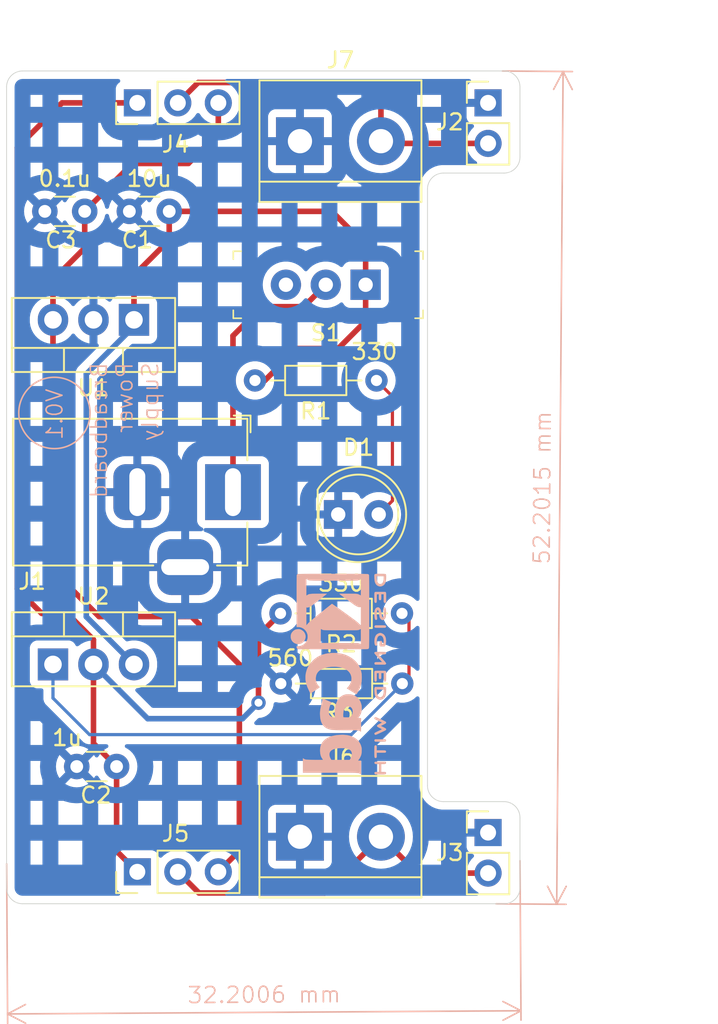
<source format=kicad_pcb>
(kicad_pcb (version 20240108) (generator "pcbnew") (generator_version "8.0")
  (layers (0 "F.Cu" signal) (31 "B.Cu" signal) (34 "B.Paste" user) (35 "F.Paste" user) (36 "B.SilkS" user "B.Silkscreen") (37 "F.SilkS" user "F.Silkscreen") (38 "B.Mask" user) (39 "F.Mask" user) (44 "Edge.Cuts" user))
  (net 0 "")
  (net 1 "GND")
  (net 2 "/12V")
  (net 3 "/3.3V")
  (net 4 "/5V")
  (net 5 "Net-(D1-A)")
  (net 6 "/PWR_input")
  (net 7 "/PWR_OUT_TOP")
  (net 8 "Net-(U2-ADJ)")
  (net 10 "/PWR_OUT_BOTTOM")
  (footprint "TerminalBlock:TerminalBlock_bornier-2_P5.08mm" (layer "F.Cu") (at 155.8 116)
    (property "Reference" "J6" (at 2.6 -5 0) (layer "F.SilkS"))
    (property "Value" "Screw_Terminal_01x02")
    (pad "1" thru_hole rect (at 0 0) (size 3 3) (drill 1.52) (layers "*.Cu" "*.Mask") (net 1 "GND"))
    (pad "2" thru_hole circle (at 5.08 0) (size 3 3) (drill 1.52) (layers "*.Cu" "*.Mask") (net 10 "/PWR_OUT_BOTTOM"))
  )
  (footprint "Connector_PinHeader_2.54mm:PinHeader_1x02_P2.54mm_Vertical" (layer "F.Cu") (at 167.6 70)
    (property "Reference" "J2" (at -2.4 1.2 0) (layer "F.SilkS"))
    (property "Value" "Conn_01x02_Pin")
    (pad "1" thru_hole rect (at 0 0) (size 1.7 1.7) (drill 1) (layers "*.Cu" "*.Mask") (net 1 "GND"))
    (pad "2" thru_hole oval (at 0 2.54) (size 1.7 1.7) (drill 1) (layers "*.Cu" "*.Mask") (net 7 "/PWR_OUT_TOP"))
  )
  (footprint "digikey-footprints:Switch_Slide_11.6x4mm_EG1218" (layer "F.Cu") (at 159.92 81.4 180)
    (property "Reference" "S1" (at 2.49 -3.02 0) (layer "F.SilkS"))
    (property "Value" "EG1218")
    (pad "1" thru_hole rect (at 0 0 180) (size 1.9 1.9) (drill 0.9) (layers "*.Cu" "*.Mask") (net 2 "/12V"))
    (pad "2" thru_hole circle (at 2.5 0 180) (size 1.9 1.9) (drill 0.9) (layers "*.Cu" "*.Mask") (net 6 "/PWR_input"))
    (pad "3" thru_hole circle (at 5 0 180) (size 1.9 1.9) (drill 0.9) (layers "*.Cu" "*.Mask"))
  )
  (footprint "Capacitor_THT:C_Disc_D3.0mm_W1.6mm_P2.50mm" (layer "F.Cu") (at 142.3 76.8 180)
    (property "Reference" "C3" (at 1.5 -1.8 0) (layer "F.SilkS"))
    (property "Value" "0.1u" (at 1.25 2.05 0) (layer "F.SilkS"))
    (pad "1" thru_hole circle (at 0 0 180) (size 1.6 1.6) (drill 0.8) (layers "*.Cu" "*.Mask") (net 4 "/5V"))
    (pad "2" thru_hole circle (at 2.5 0 180) (size 1.6 1.6) (drill 0.8) (layers "*.Cu" "*.Mask") (net 1 "GND"))
  )
  (footprint "Package_TO_SOT_THT:TO-220-3_Vertical" (layer "F.Cu") (at 145.39 83.6 180)
    (property "Reference" "U1" (at 2.54 -4.27 0) (layer "F.SilkS"))
    (property "Value" "LM7805_TO220")
    (pad "1" thru_hole rect (at 0 0 180) (size 1.905 2) (drill 1.1) (layers "*.Cu" "*.Mask") (net 2 "/12V"))
    (pad "2" thru_hole oval (at 2.54 0 180) (size 1.905 2) (drill 1.1) (layers "*.Cu" "*.Mask") (net 1 "GND"))
    (pad "3" thru_hole oval (at 5.08 0 180) (size 1.905 2) (drill 1.1) (layers "*.Cu" "*.Mask") (net 4 "/5V"))
  )
  (footprint "Connector_PinHeader_2.54mm:PinHeader_1x03_P2.54mm_Vertical" (layer "F.Cu") (at 145.6 118.2 90)
    (property "Reference" "J5" (at 2.4 2.4 180) (layer "F.SilkS"))
    (property "Value" "Conn_01x03_Pin")
    (pad "1" thru_hole rect (at 0 0 90) (size 1.7 1.7) (drill 1) (layers "*.Cu" "*.Mask") (net 3 "/3.3V"))
    (pad "2" thru_hole oval (at 0 2.54 90) (size 1.7 1.7) (drill 1) (layers "*.Cu" "*.Mask") (net 10 "/PWR_OUT_BOTTOM"))
    (pad "3" thru_hole oval (at 0 5.08 90) (size 1.7 1.7) (drill 1) (layers "*.Cu" "*.Mask") (net 4 "/5V"))
  )
  (footprint "Package_TO_SOT_THT:TO-220-3_Vertical" (layer "F.Cu") (at 140.31 105.2)
    (property "Reference" "U2" (at 2.54 -4.27 0) (layer "F.SilkS"))
    (property "Value" "LM317_TO-220")
    (pad "1" thru_hole rect (at 0 0) (size 1.905 2) (drill 1.1) (layers "*.Cu" "*.Mask") (net 8 "Net-(U2-ADJ)"))
    (pad "2" thru_hole oval (at 2.54 0) (size 1.905 2) (drill 1.1) (layers "*.Cu" "*.Mask") (net 3 "/3.3V"))
    (pad "3" thru_hole oval (at 5.08 0) (size 1.905 2) (drill 1.1) (layers "*.Cu" "*.Mask") (net 2 "/12V"))
  )
  (footprint "Capacitor_THT:C_Disc_D3.0mm_W1.6mm_P2.50mm" (layer "F.Cu") (at 141.8 111.6)
    (property "Reference" "C2" (at 1.2 1.8 0) (layer "F.SilkS"))
    (property "Value" "1u" (at -0.6 -1.8 0) (layer "F.SilkS"))
    (pad "1" thru_hole circle (at 0 0) (size 1.6 1.6) (drill 0.8) (layers "*.Cu" "*.Mask") (net 1 "GND"))
    (pad "2" thru_hole circle (at 2.5 0) (size 1.6 1.6) (drill 0.8) (layers "*.Cu" "*.Mask") (net 3 "/3.3V"))
  )
  (footprint "Resistor_THT:R_Axial_DIN0204_L3.6mm_D1.6mm_P7.62mm_Horizontal" (layer "F.Cu") (at 160.6 87.4 180)
    (property "Reference" "R1" (at 3.81 -1.92 0) (layer "F.SilkS"))
    (property "Value" "330" (at -1.4 1.8 0) (layer "F.SilkS") (effects (justify right)))
    (pad "1" thru_hole circle (at 0 0 180) (size 1.4 1.4) (drill 0.7) (layers "*.Cu" "*.Mask") (net 5 "Net-(D1-A)"))
    (pad "2" thru_hole oval (at 7.62 0 180) (size 1.4 1.4) (drill 0.7) (layers "*.Cu" "*.Mask") (net 2 "/12V"))
  )
  (footprint "Resistor_THT:R_Axial_DIN0204_L3.6mm_D1.6mm_P7.62mm_Horizontal" (layer "F.Cu") (at 154.6 106.4)
    (property "Reference" "R3" (at 3.6 1.8 0) (layer "F.SilkS"))
    (property "Value" "560" (at 0.6 -1.6 0) (layer "F.SilkS"))
    (pad "1" thru_hole circle (at 0 0) (size 1.4 1.4) (drill 0.7) (layers "*.Cu" "*.Mask") (net 1 "GND"))
    (pad "2" thru_hole oval (at 7.62 0) (size 1.4 1.4) (drill 0.7) (layers "*.Cu" "*.Mask") (net 8 "Net-(U2-ADJ)"))
  )
  (footprint "Connector_BarrelJack:BarrelJack_Horizontal" (layer "F.Cu") (at 151.6 94.4)
    (property "Reference" "J1" (at -12.6 5.6 0) (layer "F.SilkS"))
    (property "Value" "Barrel_Jack_Switch")
    (pad "1" thru_hole rect (at 0 0) (size 3.5 3.5) (drill oval 1 3) (layers "*.Cu" "*.Mask") (net 6 "/PWR_input"))
    (pad "2" thru_hole roundrect (at -6 0) (size 3 3.5) (drill oval 1 3) (layers "*.Cu" "*.Mask") (net 1 "GND"))
    (pad "3" thru_hole roundrect (at -3 4.7) (size 3.5 3.5) (drill oval 3 1) (layers "*.Cu" "*.Mask") (net 1 "GND"))
  )
  (footprint "Capacitor_THT:C_Disc_D3.0mm_W1.6mm_P2.50mm" (layer "F.Cu") (at 147.6 76.8 180)
    (property "Reference" "C1" (at 2 -1.8 0) (layer "F.SilkS"))
    (property "Value" "10u" (at 1.25 2.05 0) (layer "F.SilkS"))
    (pad "1" thru_hole circle (at 0 0 180) (size 1.6 1.6) (drill 0.8) (layers "*.Cu" "*.Mask") (net 2 "/12V"))
    (pad "2" thru_hole circle (at 2.5 0 180) (size 1.6 1.6) (drill 0.8) (layers "*.Cu" "*.Mask") (net 1 "GND"))
  )
  (footprint "TerminalBlock:TerminalBlock_bornier-2_P5.08mm" (layer "F.Cu") (at 155.8 72.4)
    (property "Reference" "J7" (at 2.54 -5.08 0) (layer "F.SilkS"))
    (property "Value" "Screw_Terminal_01x02")
    (pad "1" thru_hole rect (at 0 0) (size 3 3) (drill 1.52) (layers "*.Cu" "*.Mask") (net 1 "GND"))
    (pad "2" thru_hole circle (at 5.08 0) (size 3 3) (drill 1.52) (layers "*.Cu" "*.Mask") (net 7 "/PWR_OUT_TOP"))
  )
  (footprint "Resistor_THT:R_Axial_DIN0204_L3.6mm_D1.6mm_P7.62mm_Horizontal" (layer "F.Cu") (at 162.2 102 180)
    (property "Reference" "R2" (at 3.81 -1.92 0) (layer "F.SilkS"))
    (property "Value" "330" (at 3.81 1.88 0) (layer "F.SilkS"))
    (pad "1" thru_hole circle (at 0 0 180) (size 1.4 1.4) (drill 0.7) (layers "*.Cu" "*.Mask") (net 8 "Net-(U2-ADJ)"))
    (pad "2" thru_hole oval (at 7.62 0 180) (size 1.4 1.4) (drill 0.7) (layers "*.Cu" "*.Mask") (net 3 "/3.3V"))
  )
  (footprint "LED_THT:LED_D5.0mm" (layer "F.Cu") (at 158.2 95.8)
    (property "Reference" "D1" (at 1.275 -4.2 0) (layer "F.SilkS"))
    (property "Value" "LED")
    (pad "1" thru_hole rect (at 0 0) (size 1.8 1.8) (drill 0.9) (layers "*.Cu" "*.Mask") (net 1 "GND"))
    (pad "2" thru_hole circle (at 2.54 0) (size 1.8 1.8) (drill 0.9) (layers "*.Cu" "*.Mask") (net 5 "Net-(D1-A)"))
  )
  (footprint "Connector_PinHeader_2.54mm:PinHeader_1x03_P2.54mm_Vertical" (layer "F.Cu") (at 145.6 70 90)
    (property "Reference" "J4" (at -2.6 2.4 180) (layer "F.SilkS"))
    (property "Value" "Conn_01x03_Pin")
    (pad "1" thru_hole rect (at 0 0 90) (size 1.7 1.7) (drill 1) (layers "*.Cu" "*.Mask") (net 3 "/3.3V"))
    (pad "2" thru_hole oval (at 0 2.54 90) (size 1.7 1.7) (drill 1) (layers "*.Cu" "*.Mask") (net 7 "/PWR_OUT_TOP"))
    (pad "3" thru_hole oval (at 0 5.08 90) (size 1.7 1.7) (drill 1) (layers "*.Cu" "*.Mask") (net 4 "/5V"))
  )
  (footprint "Connector_PinHeader_2.54mm:PinHeader_1x02_P2.54mm_Vertical" (layer "F.Cu") (at 167.6 115.74)
    (property "Reference" "J3" (at -2.4 1.26 0) (layer "F.SilkS"))
    (property "Value" "Conn_01x02_Pin")
    (pad "1" thru_hole rect (at 0 0) (size 1.7 1.7) (drill 1) (layers "*.Cu" "*.Mask") (net 1 "GND"))
    (pad "2" thru_hole oval (at 0 2.54) (size 1.7 1.7) (drill 1) (layers "*.Cu" "*.Mask") (net 10 "/PWR_OUT_BOTTOM"))
  )
  (footprint "Symbol:KiCad-Logo2_5mm_SilkScreen" (layer "B.Cu") (at 158.2 105.8 -90)
    (property "Reference" "REF**" (hide yes))
    (property "Value" "KiCad-Logo2_5mm_SilkScreen" (hide yes))
  )
  (gr_circle (center 140.4 89.436067) (end 138.2 89.836067) (stroke (width 0.1)) (fill none) (layer "B.SilkS"))
  (gr_arc (start 168.6 113.8) (mid 169.307107 114.092893) (end 169.6 114.8) (stroke (width 0.05)) (layer "Edge.Cuts"))
  (gr_line (start 164.8 74.4) (end 168.6 74.4) (stroke (width 0.05)) (layer "Edge.Cuts"))
  (gr_arc (start 164.8 113.8) (mid 164.092893 113.507107) (end 163.8 112.8) (stroke (width 0.05)) (layer "Edge.Cuts"))
  (gr_line (start 168.6 113.8) (end 164.8 113.8) (stroke (width 0.05)) (layer "Edge.Cuts"))
  (gr_line (start 168.6 68) (end 143.8 68) (stroke (width 0.05)) (layer "Edge.Cuts"))
  (gr_arc (start 168.6 68) (mid 169.307107 68.292893) (end 169.6 69) (stroke (width 0.05)) (layer "Edge.Cuts"))
  (gr_arc (start 169.6 73.4) (mid 169.307107 74.107107) (end 168.6 74.4) (stroke (width 0.05)) (layer "Edge.Cuts"))
  (gr_line (start 143.8 68) (end 143.7 68) (stroke (width 0.05)) (layer "Edge.Cuts"))
  (gr_line (start 137.4 69) (end 137.4 119.2) (stroke (width 0.05)) (layer "Edge.Cuts"))
  (gr_arc (start 163.8 75.4) (mid 164.092893 74.692893) (end 164.8 74.4) (stroke (width 0.05)) (layer "Edge.Cuts"))
  (gr_line (start 163.8 112.8) (end 163.8 75.4) (stroke (width 0.05)) (layer "Edge.Cuts"))
  (gr_line (start 143.7 68) (end 138.4 68) (stroke (width 0.05)) (layer "Edge.Cuts"))
  (gr_line (start 169.6 119.2) (end 169.6 114.8) (stroke (width 0.05)) (layer "Edge.Cuts"))
  (gr_arc (start 137.4 69) (mid 137.692893 68.292893) (end 138.4 68) (stroke (width 0.05)) (layer "Edge.Cuts"))
  (gr_line (start 138.4 120.2) (end 168.6 120.2) (stroke (width 0.05)) (layer "Edge.Cuts"))
  (gr_line (start 169.6 73.4) (end 169.6 69) (stroke (width 0.05)) (layer "Edge.Cuts"))
  (gr_arc (start 169.6 119.2) (mid 169.307107 119.907107) (end 168.6 120.2) (stroke (width 0.05)) (layer "Edge.Cuts"))
  (gr_arc (start 138.4 120.2) (mid 137.692893 119.907107) (end 137.4 119.2) (stroke (width 0.05)) (layer "Edge.Cuts"))
  (gr_text "Breadboard\nPower\nSupply" (at 147 86.2 90) (layer "B.SilkS") (effects (font (size 1 1) (thickness 0.1)) (justify left bottom mirror)))
  (gr_text "V0.1" (at 141 87.836067 90) (layer "B.SilkS") (effects (font (size 1 1) (thickness 0.1)) (justify left bottom mirror)))
  (dimension (type aligned) (layer "B.SilkS") (pts (xy 137.4 117.2) (xy 169.6 117)) (height 9.908734) (gr_text "32.2006 mm" (at 153.554712 125.908564 0.3558698306) (layer "B.SilkS") (effects (font (size 1 1) (thickness 0.1)))) (format (prefix "") (suffix "") (units 3) (units_format 1) (precision 4)) (style (thickness 0.1) (arrow_length 1.27) (text_position_mode 0) (extension_height 0.58642) (extension_offset 0.5) keep_text_aligned))
  (dimension (type aligned) (layer "B.SilkS") (pts (xy 168 68) (xy 167.6 120.2)) (height -4.304805) (gr_text "52.2015 mm" (at 171.004711 94.124557 89.56096047) (layer "B.SilkS") (effects (font (size 1 1) (thickness 0.1)))) (format (prefix "") (suffix "") (units 3) (units_format 1) (precision 4)) (style (thickness 0.1) (arrow_length 1.27) (text_position_mode 0) (extension_height 0.58642) (extension_offset 0.5) keep_text_aligned))
  (segment (start 159.92 83.68) (end 158.2 85.4) (width 0.35) (layer "F.Cu") (net 2))
  (segment (start 145.39 80.81) (end 145.39 83.6) (width 0.35) (layer "F.Cu") (net 2))
  (segment (start 147.6 76.8) (end 157.8 76.8) (width 0.35) (layer "F.Cu") (net 2))
  (segment (start 153.6 87.4) (end 152.98 87.4) (width 0.35) (layer "F.Cu") (net 2))
  (segment (start 158.2 85.4) (end 155.6 85.4) (width 0.35) (layer "F.Cu") (net 2))
  (segment (start 147.6 76.8) (end 147.6 78.6) (width 0.35) (layer "F.Cu") (net 2))
  (segment (start 155.6 85.4) (end 153.6 87.4) (width 0.35) (layer "F.Cu") (net 2))
  (segment (start 147.6 78.6) (end 145.39 80.81) (width 0.35) (layer "F.Cu") (net 2))
  (segment (start 159.92 81.4) (end 159.92 83.68) (width 0.35) (layer "F.Cu") (net 2))
  (segment (start 157.8 76.8) (end 159.92 78.92) (width 0.35) (layer "F.Cu") (net 2))
  (segment (start 159.92 78.92) (end 159.92 81.4) (width 0.35) (layer "F.Cu") (net 2))
  (segment (start 142.4 102.21) (end 142.4 87) (width 0.35) (layer "B.Cu") (net 2))
  (segment (start 145.39 84.01) (end 145.39 83.6) (width 0.35) (layer "B.Cu") (net 2))
  (segment (start 142.4 87) (end 145.39 84.01) (width 0.35) (layer "B.Cu") (net 2))
  (segment (start 145.39 105.2) (end 142.4 102.21) (width 0.35) (layer "B.Cu") (net 2))
  (segment (start 154.58 102) (end 153.2 103.38) (width 0.35) (layer "F.Cu") (net 3))
  (segment (start 142.85 105.2) (end 142.85 110.15) (width 0.35) (layer "F.Cu") (net 3))
  (segment (start 141.2 102) (end 142.85 103.65) (width 0.35) (layer "F.Cu") (net 3))
  (segment (start 144.3 116.9) (end 145.6 118.2) (width 0.35) (layer "F.Cu") (net 3))
  (segment (start 138.075 72.8) (end 138.075 100.475) (width 0.35) (layer "F.Cu") (net 3))
  (segment (start 139.6 102) (end 141.2 102) (width 0.35) (layer "F.Cu") (net 3))
  (segment (start 140.875 70) (end 138.075 72.8) (width 0.35) (layer "F.Cu") (net 3))
  (segment (start 142.85 110.15) (end 144.3 111.6) (width 0.35) (layer "F.Cu") (net 3))
  (segment (start 145.6 70) (end 140.875 70) (width 0.35) (layer "F.Cu") (net 3))
  (segment (start 138.075 100.475) (end 139.6 102) (width 0.35) (layer "F.Cu") (net 3))
  (segment (start 153.2 103.38) (end 153.2 107.6) (width 0.35) (layer "F.Cu") (net 3))
  (segment (start 142.85 103.65) (end 142.85 105.2) (width 0.35) (layer "F.Cu") (net 3))
  (segment (start 144.3 111.6) (end 144.3 116.9) (width 0.35) (layer "F.Cu") (net 3))
  (via (at 153.2 107.6) (size 0.9) (drill 0.5) (layers "F.Cu" "B.Cu") (net 3))
  (segment (start 153.2 107.6) (end 152.2 108.6) (width 0.35) (layer "B.Cu") (net 3))
  (segment (start 152.2 108.6) (end 146.25 108.6) (width 0.35) (layer "B.Cu") (net 3))
  (segment (start 146.25 108.6) (end 142.85 105.2) (width 0.35) (layer "B.Cu") (net 3))
  (segment (start 148.8 73.8) (end 145.3 73.8) (width 0.35) (layer "F.Cu") (net 4))
  (segment (start 149 102.2) (end 152 105.2) (width 0.35) (layer "F.Cu") (net 4))
  (segment (start 140.31 81.09) (end 140.31 83.6) (width 0.35) (layer "F.Cu") (net 4))
  (segment (start 140.31 83.6) (end 140.31 99.31) (width 0.35) (layer "F.Cu") (net 4))
  (segment (start 142.3 76.8) (end 142.3 79.1) (width 0.35) (layer "F.Cu") (net 4))
  (segment (start 150.68 71.92) (end 148.8 73.8) (width 0.35) (layer "F.Cu") (net 4))
  (segment (start 150.68 70) (end 150.68 71.92) (width 0.35) (layer "F.Cu") (net 4))
  (segment (start 152 116.88) (end 150.68 118.2) (width 0.35) (layer "F.Cu") (net 4))
  (segment (start 145.3 73.8) (end 142.3 76.8) (width 0.35) (layer "F.Cu") (net 4))
  (segment (start 140.31 99.31) (end 143.2 102.2) (width 0.35) (layer "F.Cu") (net 4))
  (segment (start 143.2 102.2) (end 149 102.2) (width 0.35) (layer "F.Cu") (net 4))
  (segment (start 152 105.2) (end 152 116.88) (width 0.35) (layer "F.Cu") (net 4))
  (segment (start 142.3 79.1) (end 140.31 81.09) (width 0.35) (layer "F.Cu") (net 4))
  (segment (start 161.6 94.94) (end 160.74 95.8) (width 0.2) (layer "F.Cu") (net 5))
  (segment (start 160.6 87.4) (end 161.6 88.4) (width 0.2) (layer "F.Cu") (net 5))
  (segment (start 161.6 88.4) (end 161.6 94.94) (width 0.2) (layer "F.Cu") (net 5))
  (segment (start 153.425 82.775) (end 151.6 84.6) (width 0.35) (layer "F.Cu") (net 6))
  (segment (start 151.6 84.6) (end 151.6 94.4) (width 0.35) (layer "F.Cu") (net 6))
  (segment (start 157.42 81.4) (end 156.045 82.775) (width 0.35) (layer "F.Cu") (net 6))
  (segment (start 156.045 82.775) (end 153.425 82.775) (width 0.35) (layer "F.Cu") (net 6))
  (segment (start 148.14 70) (end 149.415 68.725) (width 0.35) (layer "F.Cu") (net 7))
  (segment (start 149.415 68.725) (end 159.325 68.725) (width 0.35) (layer "F.Cu") (net 7))
  (segment (start 167.6 72.54) (end 161.02 72.54) (width 0.35) (layer "F.Cu") (net 7))
  (segment (start 161.02 72.54) (end 160.88 72.4) (width 0.35) (layer "F.Cu") (net 7))
  (segment (start 160.88 70.28) (end 160.88 72.4) (width 0.35) (layer "F.Cu") (net 7))
  (segment (start 159.325 68.725) (end 160.88 70.28) (width 0.35) (layer "F.Cu") (net 7))
  (segment (start 162.64 102.44) (end 162.64 105.98) (width 0.2) (layer "F.Cu") (net 8))
  (segment (start 162.2 102) (end 162.64 102.44) (width 0.2) (layer "F.Cu") (net 8))
  (segment (start 162.64 105.98) (end 162.22 106.4) (width 0.2) (layer "F.Cu") (net 8))
  (segment (start 159.02 109.6) (end 142.6 109.6) (width 0.2) (layer "B.Cu") (net 8))
  (segment (start 140.31 107.31) (end 140.31 105.2) (width 0.2) (layer "B.Cu") (net 8))
  (segment (start 162.22 106.4) (end 159.02 109.6) (width 0.2) (layer "B.Cu") (net 8))
  (segment (start 142.6 109.6) (end 140.31 107.31) (width 0.2) (layer "B.Cu") (net 8))
  (segment (start 157.355 119.525) (end 160.88 116) (width 0.35) (layer "F.Cu") (net 10))
  (segment (start 149.465 119.525) (end 157.355 119.525) (width 0.35) (layer "F.Cu") (net 10))
  (segment (start 148.14 118.2) (end 149.465 119.525) (width 0.35) (layer "F.Cu") (net 10))
  (segment (start 163.16 118.28) (end 167.6 118.28) (width 0.35) (layer "F.Cu") (net 10))
  (segment (start 160.88 116) (end 163.16 118.28) (width 0.35) (layer "F.Cu") (net 10))
  (zone (net 1) (net_name "GND") (layer "B.Cu") (connect_pads (clearance 0.5)) (min_thickness 0.25) (fill yes (mode hatch) (thermal_gap 0.5) (thermal_bridge_width 0.5) (hatch_thickness 1) (hatch_gap 1.5) (hatch_orientation 0) (hatch_border_algorithm hatch_thickness) (hatch_min_hole_area 0.3))
    (polygon (pts (xy 138.2 68.2) (xy 137.6 69.2) (xy 137.6 119.4) (xy 138.6 120) (xy 169 120) (xy 169.4 119.4) (xy 169.4 114.4) (xy 168.6 114) (xy 164.4 114) (xy 163.6 113.2) (xy 163.4 74.8) (xy 164.8 74.2) (xy 168.8 74.2) (xy 169.4 73.4) (xy 169.4 68.6) (xy 168.6 68.2)))
  )
)
</source>
